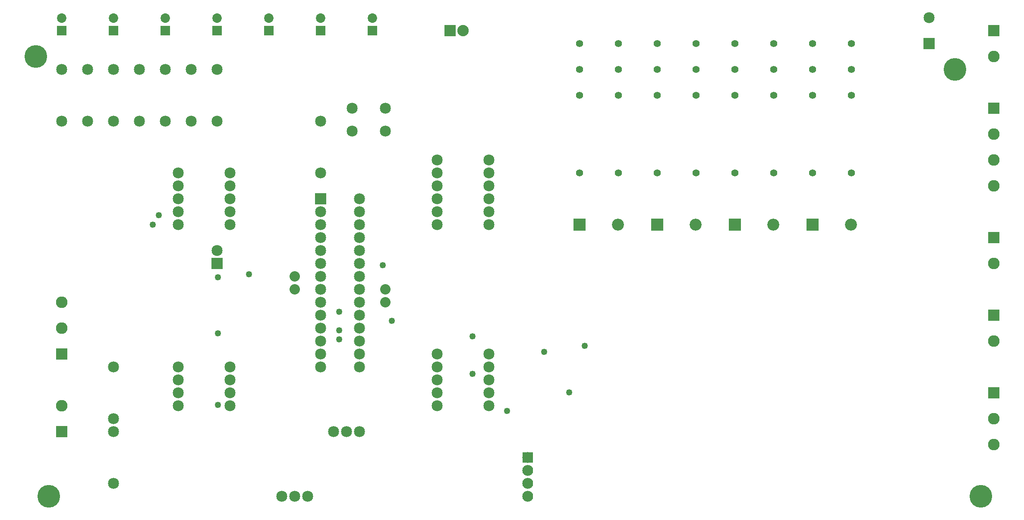
<source format=gbs>
G04 MADE WITH FRITZING*
G04 WWW.FRITZING.ORG*
G04 DOUBLE SIDED*
G04 HOLES PLATED*
G04 CONTOUR ON CENTER OF CONTOUR VECTOR*
%ASAXBY*%
%FSLAX23Y23*%
%MOIN*%
%OFA0B0*%
%SFA1.0B1.0*%
%ADD10C,0.085000*%
%ADD11C,0.080000*%
%ADD12C,0.088000*%
%ADD13C,0.072992*%
%ADD14C,0.055000*%
%ADD15C,0.090000*%
%ADD16C,0.175354*%
%ADD17C,0.083999*%
%ADD18C,0.092000*%
%ADD19C,0.049370*%
%ADD20R,0.085000X0.085000*%
%ADD21R,0.088000X0.088000*%
%ADD22R,0.072992X0.072992*%
%ADD23R,0.090000X0.090000*%
%ADD24R,0.089986X0.090000*%
%ADD25R,0.084001X0.084001*%
%ADD26R,0.092000X0.092000*%
%LNMASK0*%
G90*
G70*
G54D10*
X2889Y3473D03*
X2633Y3473D03*
X2889Y3650D03*
X2633Y3650D03*
G54D11*
X2889Y2250D03*
X2889Y2150D03*
X2189Y2250D03*
X2189Y2350D03*
G54D10*
X1589Y2450D03*
X1589Y2550D03*
X7089Y4150D03*
X7089Y4350D03*
X2389Y3150D03*
X2389Y3550D03*
G54D12*
X3389Y4250D03*
X3489Y4250D03*
G54D13*
X1189Y4250D03*
X1189Y4348D03*
X1989Y4250D03*
X1989Y4348D03*
X1589Y4250D03*
X1589Y4348D03*
X2789Y4250D03*
X2789Y4348D03*
X789Y4250D03*
X789Y4348D03*
X389Y4250D03*
X389Y4348D03*
X2389Y4250D03*
X2389Y4348D03*
G54D10*
X1589Y3950D03*
X1589Y3550D03*
X1389Y3950D03*
X1389Y3550D03*
X789Y1150D03*
X789Y750D03*
X789Y1650D03*
X789Y1250D03*
X1189Y3950D03*
X1189Y3550D03*
X989Y3950D03*
X989Y3550D03*
X789Y3950D03*
X789Y3550D03*
X589Y3950D03*
X589Y3550D03*
X389Y3950D03*
X389Y3550D03*
X2389Y2950D03*
X2689Y2950D03*
X2389Y2850D03*
X2689Y2850D03*
X2389Y2750D03*
X2689Y2750D03*
X2389Y2650D03*
X2689Y2650D03*
X2389Y2550D03*
X2689Y2550D03*
X2389Y2450D03*
X2689Y2450D03*
X2389Y2350D03*
X2689Y2350D03*
X2389Y2250D03*
X2689Y2250D03*
X2389Y2150D03*
X2689Y2150D03*
X2389Y2050D03*
X2689Y2050D03*
X2389Y1950D03*
X2689Y1950D03*
X2389Y1850D03*
X2689Y1850D03*
X2389Y1750D03*
X2689Y1750D03*
X2389Y1650D03*
X2689Y1650D03*
G54D14*
X4689Y3750D03*
X4389Y4150D03*
X4389Y3950D03*
X4389Y3750D03*
X4389Y3150D03*
X4689Y3150D03*
X4689Y3950D03*
X4689Y4150D03*
X5289Y3750D03*
X4989Y4150D03*
X4989Y3950D03*
X4989Y3750D03*
X4989Y3150D03*
X5289Y3150D03*
X5289Y3950D03*
X5289Y4150D03*
X5889Y3750D03*
X5589Y4150D03*
X5589Y3950D03*
X5589Y3750D03*
X5589Y3150D03*
X5889Y3150D03*
X5889Y3950D03*
X5889Y4150D03*
X6489Y3750D03*
X6189Y4150D03*
X6189Y3950D03*
X6189Y3750D03*
X6189Y3150D03*
X6489Y3150D03*
X6489Y3950D03*
X6489Y4150D03*
G54D10*
X1289Y2850D03*
X1689Y2850D03*
X1289Y2950D03*
X1689Y2950D03*
X3289Y3250D03*
X3689Y3250D03*
X3289Y2750D03*
X3689Y2750D03*
X3289Y1750D03*
X3689Y1750D03*
X1289Y1350D03*
X1689Y1350D03*
X1289Y1550D03*
X1689Y1550D03*
X1289Y1650D03*
X1689Y1650D03*
X1289Y1450D03*
X1689Y1450D03*
X1289Y3050D03*
X1689Y3050D03*
X1289Y2750D03*
X1689Y2750D03*
X1289Y3150D03*
X1689Y3150D03*
X3289Y2850D03*
X3689Y2850D03*
X3289Y3050D03*
X3689Y3050D03*
X3289Y3150D03*
X3689Y3150D03*
X3289Y2950D03*
X3689Y2950D03*
X3289Y1350D03*
X3689Y1350D03*
X3289Y1450D03*
X3689Y1450D03*
X3289Y1550D03*
X3689Y1550D03*
X3289Y1650D03*
X3689Y1650D03*
G54D15*
X7589Y1250D03*
X7589Y1050D03*
X7589Y1450D03*
X389Y1950D03*
X389Y2150D03*
X389Y1750D03*
X7589Y4250D03*
X7589Y4050D03*
X7589Y2050D03*
X7589Y1850D03*
X389Y1150D03*
X389Y1350D03*
X7589Y2650D03*
X7589Y2450D03*
X7589Y3450D03*
X7589Y3250D03*
X7589Y3050D03*
X7589Y3650D03*
G54D16*
X289Y650D03*
X7489Y650D03*
G54D17*
X3989Y950D03*
X3989Y850D03*
X3989Y750D03*
X3989Y650D03*
G54D16*
X189Y4050D03*
X7289Y3950D03*
G54D18*
X6189Y2750D03*
X6487Y2750D03*
X5589Y2750D03*
X5887Y2750D03*
X4989Y2750D03*
X5287Y2750D03*
X4389Y2750D03*
X4687Y2750D03*
G54D10*
X2489Y1150D03*
X2589Y1150D03*
X2689Y1150D03*
X2089Y650D03*
X2189Y650D03*
X2289Y650D03*
G54D19*
X1092Y2750D03*
X1596Y2342D03*
X2532Y1934D03*
X2532Y2078D03*
X2532Y1862D03*
X1140Y2822D03*
X4116Y1766D03*
X3564Y1598D03*
X4308Y1454D03*
X2940Y2006D03*
X2868Y2438D03*
X3828Y1310D03*
X3564Y1886D03*
X4428Y1814D03*
X1836Y2366D03*
X1596Y1358D03*
X1596Y1910D03*
G54D20*
X1589Y2450D03*
X7089Y4150D03*
G54D21*
X3389Y4250D03*
G54D22*
X1189Y4250D03*
X1989Y4250D03*
X1589Y4250D03*
X2789Y4250D03*
X789Y4250D03*
X389Y4250D03*
X2389Y4250D03*
G54D20*
X2389Y2950D03*
G54D23*
X7589Y1450D03*
X389Y1750D03*
G54D24*
X7589Y4250D03*
X7589Y2050D03*
X389Y1150D03*
X7589Y2650D03*
G54D23*
X7589Y3650D03*
G54D25*
X3989Y950D03*
G54D26*
X6188Y2750D03*
X5588Y2750D03*
X4988Y2750D03*
X4388Y2750D03*
G04 End of Mask0*
M02*
</source>
